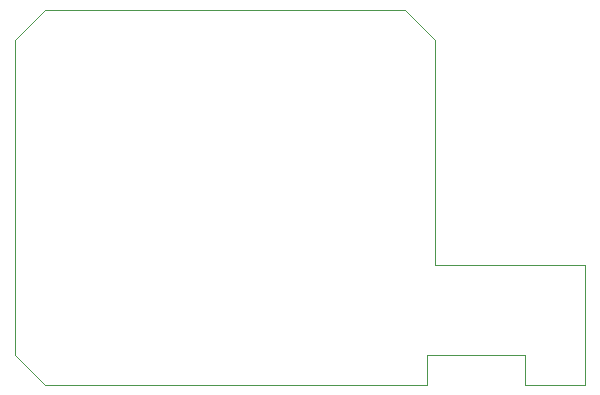
<source format=gm1>
G04 #@! TF.FileFunction,Profile,NP*
%FSLAX46Y46*%
G04 Gerber Fmt 4.6, Leading zero omitted, Abs format (unit mm)*
G04 Created by KiCad (PCBNEW 4.0.7-e2-6376~60~ubuntu17.10.1) date Thu Dec 28 14:25:31 2017*
%MOMM*%
%LPD*%
G01*
G04 APERTURE LIST*
%ADD10C,0.100000*%
G04 APERTURE END LIST*
D10*
X193040000Y-111760000D02*
X180340000Y-111760000D01*
X193040000Y-121920000D02*
X193040000Y-111760000D01*
X187960000Y-121920000D02*
X193040000Y-121920000D01*
X187960000Y-119380000D02*
X187960000Y-121920000D01*
X187325000Y-119380000D02*
X187960000Y-119380000D01*
X179705000Y-121920000D02*
X177800000Y-121920000D01*
X179705000Y-119380000D02*
X187325000Y-119380000D01*
X179705000Y-121920000D02*
X179705000Y-119380000D01*
X180340000Y-92710000D02*
X177800000Y-90170000D01*
X180340000Y-111760000D02*
X180340000Y-92710000D01*
X147320000Y-90170000D02*
X157480000Y-90170000D01*
X144780000Y-92710000D02*
X147320000Y-90170000D01*
X144780000Y-119380000D02*
X144780000Y-92710000D01*
X147320000Y-121920000D02*
X144780000Y-119380000D01*
X157480000Y-121920000D02*
X147320000Y-121920000D01*
X177800000Y-121920000D02*
X157480000Y-121920000D01*
X157480000Y-90170000D02*
X177800000Y-90170000D01*
M02*

</source>
